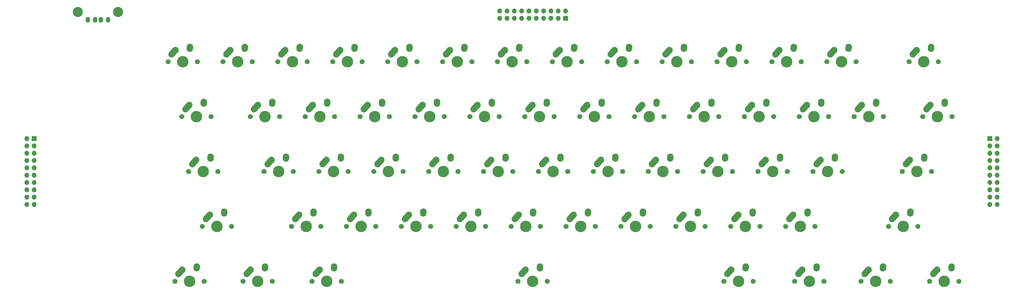
<source format=gbs>
G04 #@! TF.GenerationSoftware,KiCad,Pcbnew,(6.0.9)*
G04 #@! TF.CreationDate,2023-03-10T16:35:17-06:00*
G04 #@! TF.ProjectId,BasePCB,42617365-5043-4422-9e6b-696361645f70,rev?*
G04 #@! TF.SameCoordinates,Original*
G04 #@! TF.FileFunction,Soldermask,Bot*
G04 #@! TF.FilePolarity,Negative*
%FSLAX46Y46*%
G04 Gerber Fmt 4.6, Leading zero omitted, Abs format (unit mm)*
G04 Created by KiCad (PCBNEW (6.0.9)) date 2023-03-10 16:35:17*
%MOMM*%
%LPD*%
G01*
G04 APERTURE LIST*
G04 Aperture macros list*
%AMHorizOval*
0 Thick line with rounded ends*
0 $1 width*
0 $2 $3 position (X,Y) of the first rounded end (center of the circle)*
0 $4 $5 position (X,Y) of the second rounded end (center of the circle)*
0 Add line between two ends*
20,1,$1,$2,$3,$4,$5,0*
0 Add two circle primitives to create the rounded ends*
1,1,$1,$2,$3*
1,1,$1,$4,$5*%
G04 Aperture macros list end*
%ADD10C,1.750000*%
%ADD11C,3.987800*%
%ADD12HorizOval,2.250000X0.655001X0.730000X-0.655001X-0.730000X0*%
%ADD13C,2.250000*%
%ADD14HorizOval,2.250000X0.020000X0.290000X-0.020000X-0.290000X0*%
%ADD15R,1.700000X1.700000*%
%ADD16O,1.700000X1.700000*%
%ADD17O,1.500000X2.000000*%
%ADD18C,3.500000*%
G04 APERTURE END LIST*
D10*
X-70167500Y90487500D03*
D11*
X-65087500Y90487500D03*
D10*
X-60007500Y90487500D03*
D12*
X-68242499Y93757500D03*
D13*
X-67587500Y94487500D03*
X-62547500Y95567500D03*
D14*
X-62567500Y95277500D03*
D11*
X-41275000Y128587500D03*
D10*
X-36195000Y128587500D03*
X-46355000Y128587500D03*
D12*
X-44429999Y131857500D03*
D13*
X-43775000Y132587500D03*
D14*
X-38755000Y133377500D03*
D13*
X-38735000Y133667500D03*
D10*
X10795000Y128587500D03*
D11*
X15875000Y128587500D03*
D10*
X20955000Y128587500D03*
D12*
X12720001Y131857500D03*
D13*
X13375000Y132587500D03*
X18415000Y133667500D03*
D14*
X18395000Y133377500D03*
D10*
X59055000Y128587500D03*
D11*
X53975000Y128587500D03*
D10*
X48895000Y128587500D03*
D12*
X50820001Y131857500D03*
D13*
X51475000Y132587500D03*
X56515000Y133667500D03*
D14*
X56495000Y133377500D03*
D11*
X-36512500Y71437500D03*
D10*
X-31432500Y71437500D03*
X-41592500Y71437500D03*
D13*
X-39012500Y75437500D03*
D12*
X-39667499Y74707500D03*
D14*
X-33992500Y76227500D03*
D13*
X-33972500Y76517500D03*
D10*
X99536250Y52387500D03*
X89376250Y52387500D03*
D11*
X94456250Y52387500D03*
D12*
X91301251Y55657500D03*
D13*
X91956250Y56387500D03*
X96996250Y57467500D03*
D14*
X96976250Y57177500D03*
D10*
X-98742500Y109537500D03*
X-88582500Y109537500D03*
D11*
X-93662500Y109537500D03*
D12*
X-96817499Y112807500D03*
D13*
X-96162500Y113537500D03*
X-91122500Y114617500D03*
D14*
X-91142500Y114327500D03*
D11*
X165893750Y52387500D03*
D10*
X170973750Y52387500D03*
X160813750Y52387500D03*
D13*
X163393750Y56387500D03*
D12*
X162738751Y55657500D03*
D13*
X168433750Y57467500D03*
D14*
X168413750Y57177500D03*
D15*
X181675000Y101912500D03*
D16*
X184215000Y101912500D03*
X181675000Y99372500D03*
X184215000Y99372500D03*
X181675000Y96832500D03*
X184215000Y96832500D03*
X181675000Y94292500D03*
X184215000Y94292500D03*
X181675000Y91752500D03*
X184215000Y91752500D03*
X181675000Y89212500D03*
X184215000Y89212500D03*
X181675000Y86672500D03*
X184215000Y86672500D03*
X181675000Y84132500D03*
X184215000Y84132500D03*
X181675000Y81592500D03*
X184215000Y81592500D03*
X181675000Y79052500D03*
X184215000Y79052500D03*
D11*
X-55562500Y71437500D03*
D10*
X-50482500Y71437500D03*
X-60642500Y71437500D03*
D13*
X-58062500Y75437500D03*
D12*
X-58717499Y74707500D03*
D14*
X-53042500Y76227500D03*
D13*
X-53022500Y76517500D03*
D11*
X156368750Y90487500D03*
D10*
X151288750Y90487500D03*
X161448750Y90487500D03*
D12*
X153213751Y93757500D03*
D13*
X153868750Y94487500D03*
X158908750Y95567500D03*
D14*
X158888750Y95277500D03*
D10*
X144780000Y109537500D03*
X134620000Y109537500D03*
D11*
X139700000Y109537500D03*
D13*
X137200000Y113537500D03*
D12*
X136545001Y112807500D03*
D14*
X142220000Y114327500D03*
D13*
X142240000Y114617500D03*
D11*
X111125000Y128587500D03*
D10*
X106045000Y128587500D03*
X116205000Y128587500D03*
D12*
X107970001Y131857500D03*
D13*
X108625000Y132587500D03*
X113665000Y133667500D03*
D14*
X113645000Y133377500D03*
D10*
X-93345000Y128587500D03*
X-103505000Y128587500D03*
D11*
X-98425000Y128587500D03*
D13*
X-100925000Y132587500D03*
D12*
X-101579999Y131857500D03*
D14*
X-95905000Y133377500D03*
D13*
X-95885000Y133667500D03*
D11*
X44450000Y109537500D03*
D10*
X49530000Y109537500D03*
X39370000Y109537500D03*
D13*
X41950000Y113537500D03*
D12*
X41295001Y112807500D03*
D14*
X46970000Y114327500D03*
D13*
X46990000Y114617500D03*
D10*
X115570000Y109537500D03*
X125730000Y109537500D03*
D11*
X120650000Y109537500D03*
D13*
X118150000Y113537500D03*
D12*
X117495001Y112807500D03*
D14*
X123170000Y114327500D03*
D13*
X123190000Y114617500D03*
D10*
X-40957500Y90487500D03*
D11*
X-46037500Y90487500D03*
D10*
X-51117500Y90487500D03*
D13*
X-48537500Y94487500D03*
D12*
X-49192499Y93757500D03*
D14*
X-43517500Y95277500D03*
D13*
X-43497500Y95567500D03*
D11*
X87312500Y90487500D03*
D10*
X92392500Y90487500D03*
X82232500Y90487500D03*
D12*
X84157501Y93757500D03*
D13*
X84812500Y94487500D03*
X89852500Y95567500D03*
D14*
X89832500Y95277500D03*
D11*
X158750000Y128587500D03*
D10*
X153670000Y128587500D03*
X163830000Y128587500D03*
D13*
X156250000Y132587500D03*
D12*
X155595001Y131857500D03*
D14*
X161270000Y133377500D03*
D13*
X161290000Y133667500D03*
D10*
X137001250Y52387500D03*
X147161250Y52387500D03*
D11*
X142081250Y52387500D03*
D13*
X139581250Y56387500D03*
D12*
X138926251Y55657500D03*
D13*
X144621250Y57467500D03*
D14*
X144601250Y57177500D03*
D11*
X-26987500Y90487500D03*
D10*
X-32067500Y90487500D03*
X-21907500Y90487500D03*
D13*
X-29487500Y94487500D03*
D12*
X-30142499Y93757500D03*
D13*
X-24447500Y95567500D03*
D14*
X-24467500Y95277500D03*
D17*
X-124293750Y143115000D03*
X-126793750Y143115000D03*
X-128793750Y143115000D03*
X-131293750Y143115000D03*
D18*
X-134793750Y145825000D03*
X-120793750Y145825000D03*
D11*
X130175000Y128587500D03*
D10*
X135255000Y128587500D03*
X125095000Y128587500D03*
D13*
X127675000Y132587500D03*
D12*
X127020001Y131857500D03*
D13*
X132715000Y133667500D03*
D14*
X132695000Y133377500D03*
D11*
X106362500Y90487500D03*
D10*
X101282500Y90487500D03*
X111442500Y90487500D03*
D13*
X103862500Y94487500D03*
D12*
X103207501Y93757500D03*
D14*
X108882500Y95277500D03*
D13*
X108902500Y95567500D03*
D15*
X-149950000Y101937500D03*
D16*
X-152490000Y101937500D03*
X-149950000Y99397500D03*
X-152490000Y99397500D03*
X-149950000Y96857500D03*
X-152490000Y96857500D03*
X-149950000Y94317500D03*
X-152490000Y94317500D03*
X-149950000Y91777500D03*
X-152490000Y91777500D03*
X-149950000Y89237500D03*
X-152490000Y89237500D03*
X-149950000Y86697500D03*
X-152490000Y86697500D03*
X-149950000Y84157500D03*
X-152490000Y84157500D03*
X-149950000Y81617500D03*
X-152490000Y81617500D03*
X-149950000Y79077500D03*
X-152490000Y79077500D03*
D11*
X-48418750Y52387500D03*
D10*
X-53498750Y52387500D03*
X-43338750Y52387500D03*
D13*
X-50918750Y56387500D03*
D12*
X-51573749Y55657500D03*
D14*
X-45898750Y57177500D03*
D13*
X-45878750Y57467500D03*
D10*
X87630000Y109537500D03*
D11*
X82550000Y109537500D03*
D10*
X77470000Y109537500D03*
D12*
X79395001Y112807500D03*
D13*
X80050000Y113537500D03*
X85090000Y114617500D03*
D14*
X85070000Y114327500D03*
D10*
X53657500Y71437500D03*
D11*
X58737500Y71437500D03*
D10*
X63817500Y71437500D03*
D13*
X56237500Y75437500D03*
D12*
X55582501Y74707500D03*
D13*
X61277500Y76517500D03*
D14*
X61257500Y76227500D03*
D15*
X34448750Y143668750D03*
D16*
X34448750Y146208750D03*
X31908750Y143668750D03*
X31908750Y146208750D03*
X29368750Y143668750D03*
X29368750Y146208750D03*
X26828750Y143668750D03*
X26828750Y146208750D03*
X24288750Y143668750D03*
X24288750Y146208750D03*
X21748750Y143668750D03*
X21748750Y146208750D03*
X19208750Y143668750D03*
X19208750Y146208750D03*
X16668750Y143668750D03*
X16668750Y146208750D03*
X14128750Y143668750D03*
X14128750Y146208750D03*
X11588750Y143668750D03*
X11588750Y146208750D03*
D11*
X30162500Y90487500D03*
D10*
X25082500Y90487500D03*
X35242500Y90487500D03*
D13*
X27662500Y94487500D03*
D12*
X27007501Y93757500D03*
D13*
X32702500Y95567500D03*
D14*
X32682500Y95277500D03*
D10*
X-3492500Y71437500D03*
X6667500Y71437500D03*
D11*
X1587500Y71437500D03*
D12*
X-1567499Y74707500D03*
D13*
X-912500Y75437500D03*
D14*
X4107500Y76227500D03*
D13*
X4127500Y76517500D03*
D11*
X151606250Y71437500D03*
D10*
X156686250Y71437500D03*
X146526250Y71437500D03*
D12*
X148451251Y74707500D03*
D13*
X149106250Y75437500D03*
X154146250Y76517500D03*
D14*
X154126250Y76227500D03*
D10*
X40005000Y128587500D03*
D11*
X34925000Y128587500D03*
D10*
X29845000Y128587500D03*
D13*
X32425000Y132587500D03*
D12*
X31770001Y131857500D03*
D14*
X37445000Y133377500D03*
D13*
X37465000Y133667500D03*
D11*
X23018750Y52387500D03*
D10*
X17938750Y52387500D03*
X28098750Y52387500D03*
D13*
X20518750Y56387500D03*
D12*
X19863751Y55657500D03*
D14*
X25538750Y57177500D03*
D13*
X25558750Y57467500D03*
D10*
X97155000Y128587500D03*
X86995000Y128587500D03*
D11*
X92075000Y128587500D03*
D13*
X89575000Y132587500D03*
D12*
X88920001Y131857500D03*
D14*
X94595000Y133377500D03*
D13*
X94615000Y133667500D03*
D11*
X-91281250Y90487500D03*
D10*
X-86201250Y90487500D03*
X-96361250Y90487500D03*
D13*
X-93781250Y94487500D03*
D12*
X-94436249Y93757500D03*
D13*
X-88741250Y95567500D03*
D14*
X-88761250Y95277500D03*
D10*
X6032500Y90487500D03*
D11*
X11112500Y90487500D03*
D10*
X16192500Y90487500D03*
D12*
X7957501Y93757500D03*
D13*
X8612500Y94487500D03*
D14*
X13632500Y95277500D03*
D13*
X13652500Y95567500D03*
D10*
X11430000Y109537500D03*
D11*
X6350000Y109537500D03*
D10*
X1270000Y109537500D03*
D13*
X3850000Y113537500D03*
D12*
X3195001Y112807500D03*
D13*
X8890000Y114617500D03*
D14*
X8870000Y114327500D03*
D11*
X-17462500Y71437500D03*
D10*
X-22542500Y71437500D03*
X-12382500Y71437500D03*
D13*
X-19962500Y75437500D03*
D12*
X-20617499Y74707500D03*
D13*
X-14922500Y76517500D03*
D14*
X-14942500Y76227500D03*
D10*
X-101123750Y52387500D03*
X-90963750Y52387500D03*
D11*
X-96043750Y52387500D03*
D12*
X-99198749Y55657500D03*
D13*
X-98543750Y56387500D03*
X-93503750Y57467500D03*
D14*
X-93523750Y57177500D03*
D10*
X25717500Y71437500D03*
D11*
X20637500Y71437500D03*
D10*
X15557500Y71437500D03*
D13*
X18137500Y75437500D03*
D12*
X17482501Y74707500D03*
D14*
X23157500Y76227500D03*
D13*
X23177500Y76517500D03*
D10*
X-36830000Y109537500D03*
X-26670000Y109537500D03*
D11*
X-31750000Y109537500D03*
D12*
X-34904999Y112807500D03*
D13*
X-34250000Y113537500D03*
X-29210000Y114617500D03*
D14*
X-29230000Y114327500D03*
D10*
X-17780000Y109537500D03*
D11*
X-12700000Y109537500D03*
D10*
X-7620000Y109537500D03*
D13*
X-15200000Y113537500D03*
D12*
X-15854999Y112807500D03*
D14*
X-10180000Y114327500D03*
D13*
X-10160000Y114617500D03*
D10*
X-17145000Y128587500D03*
D11*
X-22225000Y128587500D03*
D10*
X-27305000Y128587500D03*
D12*
X-25379999Y131857500D03*
D13*
X-24725000Y132587500D03*
X-19685000Y133667500D03*
D14*
X-19705000Y133377500D03*
D10*
X44767500Y71437500D03*
X34607500Y71437500D03*
D11*
X39687500Y71437500D03*
D12*
X36532501Y74707500D03*
D13*
X37187500Y75437500D03*
D14*
X42207500Y76227500D03*
D13*
X42227500Y76517500D03*
D10*
X-65405000Y128587500D03*
X-55245000Y128587500D03*
D11*
X-60325000Y128587500D03*
D12*
X-63479999Y131857500D03*
D13*
X-62825000Y132587500D03*
X-57785000Y133667500D03*
D14*
X-57805000Y133377500D03*
D10*
X20320000Y109537500D03*
D11*
X25400000Y109537500D03*
D10*
X30480000Y109537500D03*
D12*
X22245001Y112807500D03*
D13*
X22900000Y113537500D03*
D14*
X27920000Y114327500D03*
D13*
X27940000Y114617500D03*
D10*
X101917500Y71437500D03*
D11*
X96837500Y71437500D03*
D10*
X91757500Y71437500D03*
D12*
X93682501Y74707500D03*
D13*
X94337500Y75437500D03*
D14*
X99357500Y76227500D03*
D13*
X99377500Y76517500D03*
D10*
X73342500Y90487500D03*
D11*
X68262500Y90487500D03*
D10*
X63182500Y90487500D03*
D12*
X65107501Y93757500D03*
D13*
X65762500Y94487500D03*
X70802500Y95567500D03*
D14*
X70782500Y95277500D03*
D11*
X-3175000Y128587500D03*
D10*
X1905000Y128587500D03*
X-8255000Y128587500D03*
D13*
X-5675000Y132587500D03*
D12*
X-6329999Y131857500D03*
D13*
X-635000Y133667500D03*
D14*
X-655000Y133377500D03*
D10*
X-77470000Y52387500D03*
X-67310000Y52387500D03*
D11*
X-72390000Y52387500D03*
D13*
X-74890000Y56387500D03*
D12*
X-75544999Y55657500D03*
D14*
X-69870000Y57177500D03*
D13*
X-69850000Y57467500D03*
D11*
X77787500Y71437500D03*
D10*
X82867500Y71437500D03*
X72707500Y71437500D03*
D12*
X74632501Y74707500D03*
D13*
X75287500Y75437500D03*
D14*
X80307500Y76227500D03*
D13*
X80327500Y76517500D03*
D10*
X78105000Y128587500D03*
D11*
X73025000Y128587500D03*
D10*
X67945000Y128587500D03*
D13*
X70525000Y132587500D03*
D12*
X69870001Y131857500D03*
D13*
X75565000Y133667500D03*
D14*
X75545000Y133377500D03*
D10*
X-81438750Y71437500D03*
X-91598750Y71437500D03*
D11*
X-86518750Y71437500D03*
D12*
X-89673749Y74707500D03*
D13*
X-89018750Y75437500D03*
D14*
X-83998750Y76227500D03*
D13*
X-83978750Y76517500D03*
D10*
X-64770000Y109537500D03*
D11*
X-69850000Y109537500D03*
D10*
X-74930000Y109537500D03*
D12*
X-73004999Y112807500D03*
D13*
X-72350000Y113537500D03*
X-67310000Y114617500D03*
D14*
X-67330000Y114327500D03*
D11*
X-7937500Y90487500D03*
D10*
X-2857500Y90487500D03*
X-13017500Y90487500D03*
D13*
X-10437500Y94487500D03*
D12*
X-11092499Y93757500D03*
D14*
X-5417500Y95277500D03*
D13*
X-5397500Y95567500D03*
D11*
X115887500Y71437500D03*
D10*
X120967500Y71437500D03*
X110807500Y71437500D03*
D12*
X112732501Y74707500D03*
D13*
X113387500Y75437500D03*
X118427500Y76517500D03*
D14*
X118407500Y76227500D03*
D10*
X-55880000Y109537500D03*
D11*
X-50800000Y109537500D03*
D10*
X-45720000Y109537500D03*
D12*
X-53954999Y112807500D03*
D13*
X-53300000Y113537500D03*
D14*
X-48280000Y114327500D03*
D13*
X-48260000Y114617500D03*
D10*
X106680000Y109537500D03*
X96520000Y109537500D03*
D11*
X101600000Y109537500D03*
D12*
X98445001Y112807500D03*
D13*
X99100000Y113537500D03*
D14*
X104120000Y114327500D03*
D13*
X104140000Y114617500D03*
D10*
X124142500Y52387500D03*
D11*
X119062500Y52387500D03*
D10*
X113982500Y52387500D03*
D12*
X115907501Y55657500D03*
D13*
X116562500Y56387500D03*
D14*
X121582500Y57177500D03*
D13*
X121602500Y57467500D03*
D10*
X54292500Y90487500D03*
X44132500Y90487500D03*
D11*
X49212500Y90487500D03*
D13*
X46712500Y94487500D03*
D12*
X46057501Y93757500D03*
D13*
X51752500Y95567500D03*
D14*
X51732500Y95277500D03*
D11*
X125412500Y90487500D03*
D10*
X130492500Y90487500D03*
X120332500Y90487500D03*
D12*
X122257501Y93757500D03*
D13*
X122912500Y94487500D03*
X127952500Y95567500D03*
D14*
X127932500Y95277500D03*
D11*
X-79375000Y128587500D03*
D10*
X-84455000Y128587500D03*
X-74295000Y128587500D03*
D12*
X-82529999Y131857500D03*
D13*
X-81875000Y132587500D03*
D14*
X-76855000Y133377500D03*
D13*
X-76835000Y133667500D03*
D10*
X58420000Y109537500D03*
D11*
X63500000Y109537500D03*
D10*
X68580000Y109537500D03*
D12*
X60345001Y112807500D03*
D13*
X61000000Y113537500D03*
X66040000Y114617500D03*
D14*
X66020000Y114327500D03*
D10*
X158432500Y109537500D03*
D11*
X163512500Y109537500D03*
D10*
X168592500Y109537500D03*
D12*
X160357501Y112807500D03*
D13*
X161012500Y113537500D03*
D14*
X166032500Y114327500D03*
D13*
X166052500Y114617500D03*
M02*

</source>
